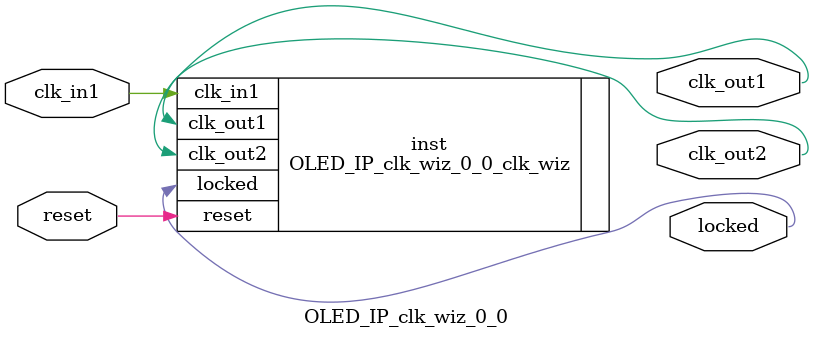
<source format=v>


`timescale 1ps/1ps

(* CORE_GENERATION_INFO = "OLED_IP_clk_wiz_0_0,clk_wiz_v6_0_10_0_0,{component_name=OLED_IP_clk_wiz_0_0,use_phase_alignment=true,use_min_o_jitter=false,use_max_i_jitter=false,use_dyn_phase_shift=false,use_inclk_switchover=false,use_dyn_reconfig=false,enable_axi=0,feedback_source=FDBK_AUTO,PRIMITIVE=MMCM,num_out_clk=2,clkin1_period=10.000,clkin2_period=10.000,use_power_down=false,use_reset=true,use_locked=true,use_inclk_stopped=false,feedback_type=SINGLE,CLOCK_MGR_TYPE=NA,manual_override=false}" *)

module OLED_IP_clk_wiz_0_0 
 (
  // Clock out ports
  output        clk_out1,
  output        clk_out2,
  // Status and control signals
  input         reset,
  output        locked,
 // Clock in ports
  input         clk_in1
 );

  OLED_IP_clk_wiz_0_0_clk_wiz inst
  (
  // Clock out ports  
  .clk_out1(clk_out1),
  .clk_out2(clk_out2),
  // Status and control signals               
  .reset(reset), 
  .locked(locked),
 // Clock in ports
  .clk_in1(clk_in1)
  );

endmodule

</source>
